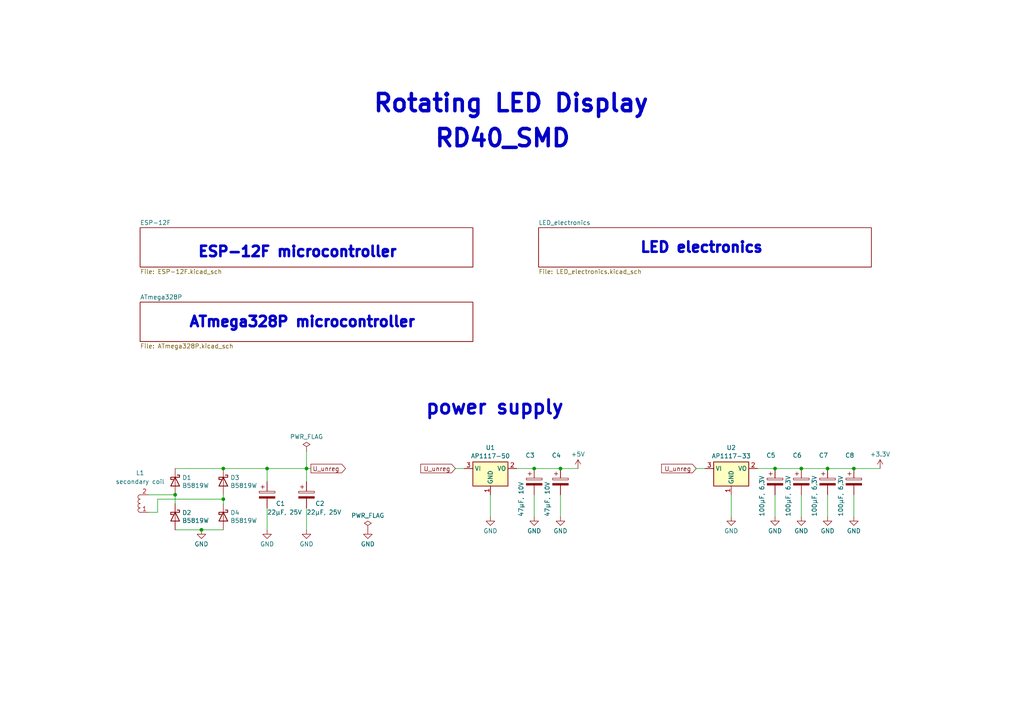
<source format=kicad_sch>
(kicad_sch (version 20230121) (generator eeschema)
  (paper "A4")
  (title_block (title "RD40_SMD") (date "2023-08-20") (rev "Rev 1") (company "Ludwin Monz") (comment 1 "you may not use the material for commercial purposes.") (comment 2 "you may use non-commercially, adapt, share alike ") (comment 3 "https://creativecommons.org/licenses/by-nc-sa/4.0/") (comment 4 "License: Creative Commons Attribution-Non-Commercial (CC BY-NC-SA)"))
  (lib_symbols
    (symbol "Device:D_Schottky" (pin_numbers hide) (pin_names (offset 1.016) hide)
      (property "Reference" "D" (at 0 2.54 0))
      (property "Value" "D_Schottky" (at 0 -2.54 0))
      (symbol "D_Schottky_0_1"
        (polyline (pts (xy 1.27 0) (xy -1.27 0)))
        (polyline (pts (xy 1.27 1.27) (xy 1.27 -1.27) (xy -1.27 0) (xy 1.27 1.27)) (stroke (width 0.254)))
        (polyline (pts (xy -1.905 0.635) (xy -1.905 1.27) (xy -1.27 1.27) (xy -1.27 -1.27) (xy -0.635 -1.27) (xy -0.635 -0.635)) (stroke (width 0.254)))
      )
      (symbol "D_Schottky_1_1"
        (pin passive line (at -3.81 0 0) (length 2.54) (name "K") (number "1"))
        (pin passive line (at 3.81 0 180) (length 2.54) (name "A") (number "2"))
      )
    )
    (symbol "RD40_display_SMD-rescue:CP-Device" (pin_numbers hide) (pin_names (offset 0.254))
      (property "Reference" "C" (at 0.635 2.54 0))
      (property "Value" "Device_CP" (at 0.635 -2.54 0))
      (symbol "CP-Device_0_1"
        (rectangle (start -2.286 0.508) (end 2.286 1.016))
        (polyline (pts (xy -1.778 2.286) (xy -0.762 2.286)))
        (polyline (pts (xy -1.27 2.794) (xy -1.27 1.778)))
        (rectangle (start 2.286 -0.508) (end -2.286 -1.016) (fill (type outline)))
      )
      (symbol "CP-Device_1_1"
        (pin passive line (at 0 3.81 270) (length 2.794) (name "~") (number "1"))
        (pin passive line (at 0 -3.81 90) (length 2.794) (name "~") (number "2"))
      )
    )
    (symbol "Regulator_Linear:AP1117-50"
      (property "Reference" "U" (at -3.81 3.175 0))
      (property "Value" "AP1117-50" (at 0 3.175 0))
      (symbol "AP1117-50_0_1"
        (rectangle (start -5.08 -5.08) (end 5.08 1.905) (stroke (width 0.254)) (fill (type background)))
      )
      (symbol "AP1117-50_1_1"
        (pin power_in line (at 0 -7.62 90) (length 2.54) (name "GND") (number "1"))
        (pin power_out line (at 7.62 0 180) (length 2.54) (name "VO") (number "2"))
        (pin power_in line (at -7.62 0 0) (length 2.54) (name "VI") (number "3"))
      )
    )
    (symbol "my_symbols:Coil" (pin_names (offset 1.016))
      (property "Reference" "L**" (at 0 2.54 0))
      (property "Value" "Coil" (at 0 5.08 0))
      (symbol "Coil_0_1"
        (arc (start -1.27 0) (mid -1.905 0.6323) (end -2.54 0))
        (arc (start 0 0) (mid -0.635 0.6323) (end -1.27 0))
        (arc (start 0 0) (mid 0 0) (end 0 0))
        (arc (start 1.27 0) (mid 0.635 0.6323) (end 0 0))
        (arc (start 2.54 0) (mid 1.905 0.6323) (end 1.27 0))
      )
      (symbol "Coil_1_1"
        (pin input line (at -2.54 -2.54 90) (length 2.54) (name "~") (number "1"))
        (pin input line (at 2.54 -2.54 90) (length 2.54) (name "~") (number "2"))
      )
    )
    (symbol "power:+3.3V" (power) (pin_names (offset 0))
      (property "Value" "+3.3V" (at 0 3.556 0))
      (symbol "+3.3V_0_1"
        (polyline (pts (xy -0.762 1.27) (xy 0 2.54)))
        (polyline (pts (xy 0 0) (xy 0 2.54)))
        (polyline (pts (xy 0 2.54) (xy 0.762 1.27)))
      )
      (symbol "+3.3V_1_1"
        (pin power_in line (at 0 0 90) (length 0) hide (name "+3.3V") (number "1"))
      )
    )
    (symbol "power:+5V" (power) (pin_names (offset 0))
      (property "Value" "+5V" (at 0 3.556 0))
      (symbol "+5V_0_1"
        (polyline (pts (xy -0.762 1.27) (xy 0 2.54)))
        (polyline (pts (xy 0 0) (xy 0 2.54)))
        (polyline (pts (xy 0 2.54) (xy 0.762 1.27)))
      )
      (symbol "+5V_1_1"
        (pin power_in line (at 0 0 90) (length 0) hide (name "+5V") (number "1"))
      )
    )
    (symbol "power:GND" (power) (pin_names (offset 0))
      (property "Value" "GND" (at 0 -3.81 0))
      (symbol "GND_0_1"
        (polyline (pts (xy 0 0) (xy 0 -1.27) (xy 1.27 -1.27) (xy 0 -2.54) (xy -1.27 -1.27) (xy 0 -1.27)))
      )
      (symbol "GND_1_1"
        (pin power_in line (at 0 0 270) (length 0) hide (name "GND") (number "1"))
      )
    )
    (symbol "power:PWR_FLAG" (power) (pin_numbers hide) (pin_names (offset 0) hide)
      (property "Value" "PWR_FLAG" (at 0 3.81 0))
      (symbol "PWR_FLAG_0_0"
        (pin power_out line (at 0 0 90) (length 0) (name "pwr") (number "1"))
      )
      (symbol "PWR_FLAG_0_1"
        (polyline (pts (xy 0 0) (xy 0 1.27) (xy -1.016 1.905) (xy 0 2.54) (xy 1.016 1.905) (xy 0 1.27)))
      )
    )
  )
  (junction (at 247.65 135.89))
  (junction (at 64.77 144.78))
  (junction (at 77.47 135.89))
  (junction (at 162.56 135.89))
  (junction (at 50.8 143.51))
  (junction (at 232.41 135.89))
  (junction (at 64.77 135.89))
  (junction (at 58.42 153.67))
  (junction (at 154.94 135.89))
  (junction (at 88.9 135.89))
  (junction (at 224.79 135.89))
  (junction (at 240.03 135.89))
  (wire (pts (xy 43.18 148.59) (xy 45.72 148.59)))
  (wire (pts (xy 201.93 135.89) (xy 204.47 135.89)))
  (wire (pts (xy 240.03 143.51) (xy 240.03 149.86)))
  (wire (pts (xy 58.42 153.67) (xy 64.77 153.67)))
  (wire (pts (xy 232.41 135.89) (xy 240.03 135.89)))
  (wire (pts (xy 50.8 135.89) (xy 64.77 135.89)))
  (wire (pts (xy 77.47 135.89) (xy 77.47 139.7)))
  (wire (pts (xy 77.47 147.32) (xy 77.47 153.67)))
  (wire (pts (xy 232.41 143.51) (xy 232.41 149.86)))
  (wire (pts (xy 219.71 135.89) (xy 224.79 135.89)))
  (wire (pts (xy 247.65 135.89) (xy 255.27 135.89)))
  (wire (pts (xy 88.9 135.89) (xy 88.9 139.7)))
  (wire (pts (xy 212.09 143.51) (xy 212.09 149.86)))
  (wire (pts (xy 50.8 153.67) (xy 58.42 153.67)))
  (wire (pts (xy 45.72 148.59) (xy 45.72 144.78)))
  (wire (pts (xy 88.9 130.81) (xy 88.9 135.89)))
  (wire (pts (xy 224.79 135.89) (xy 232.41 135.89)))
  (wire (pts (xy 43.18 143.51) (xy 50.8 143.51)))
  (wire (pts (xy 64.77 143.51) (xy 64.77 144.78)))
  (wire (pts (xy 50.8 143.51) (xy 50.8 146.05)))
  (wire (pts (xy 132.08 135.89) (xy 134.62 135.89)))
  (wire (pts (xy 149.86 135.89) (xy 154.94 135.89)))
  (wire (pts (xy 64.77 144.78) (xy 64.77 146.05)))
  (wire (pts (xy 240.03 135.89) (xy 247.65 135.89)))
  (wire (pts (xy 88.9 135.89) (xy 90.17 135.89)))
  (wire (pts (xy 64.77 135.89) (xy 77.47 135.89)))
  (wire (pts (xy 162.56 143.51) (xy 162.56 149.86)))
  (wire (pts (xy 224.79 143.51) (xy 224.79 149.86)))
  (wire (pts (xy 142.24 143.51) (xy 142.24 149.86)))
  (wire (pts (xy 154.94 143.51) (xy 154.94 149.86)))
  (wire (pts (xy 77.47 135.89) (xy 88.9 135.89)))
  (wire (pts (xy 154.94 135.89) (xy 162.56 135.89)))
  (wire (pts (xy 162.56 135.89) (xy 167.64 135.89)))
  (wire (pts (xy 45.72 144.78) (xy 64.77 144.78)))
  (wire (pts (xy 88.9 147.32) (xy 88.9 153.67)))
  (wire (pts (xy 247.65 143.51) (xy 247.65 149.86)))
  (text "Rotating LED Display" (at 107.95 33.02 0) (effects (font (size 5 5) bold) (justify left bottom)))
  (text "power supply" (at 163.83 120.65 0) (effects (font (size 4 4) (thickness 0.8) bold) (justify right bottom)))
  (text "ATmega328P microcontroller" (at 54.61 95.25 0) (effects (font (size 3 3) (thickness 0.8) bold) (justify left bottom)))
  (text "ESP-12F microcontroller" (at 57.15 74.93 0) (effects (font (size 3 3) (thickness 0.8) bold) (justify left bottom)))
  (text "RD40_SMD" (at 125.73 43.18 0) (effects (font (size 5 5) bold) (justify left bottom)))
  (text "LED electronics" (at 185.42 73.66 0) (effects (font (size 3 3) (thickness 0.8) bold) (justify left bottom)))
  (global_label "U_unreg" (shape output) (at 90.17 135.89 0) (property "Intersheetrefs" "${INTERSHEET_REFS}" (effects hide)))
  (global_label "U_unreg" (shape input) (at 201.93 135.89 180) (property "Intersheetrefs" "${INTERSHEET_REFS}" (effects hide)))
  (global_label "U_unreg" (shape input) (at 132.08 135.89 180) (property "Intersheetrefs" "${INTERSHEET_REFS}" (effects hide)))
  (symbol (lib_id "power:GND") (at 212.09 149.86 0) (unit 1)
    (property "Reference" "#PWR09" (effects hide))
    (property "Value" "GND" (at 212.09 153.9931 0))
  )
  (symbol (lib_id "power:GND") (at 240.03 149.86 0) (unit 1)
    (property "Reference" "#PWR012" (effects hide))
    (property "Value" "GND" (at 240.03 153.9931 0))
  )
  (symbol (lib_id "power:GND") (at 154.94 149.86 0) (unit 1)
    (property "Reference" "#PWR06" (effects hide))
    (property "Value" "GND" (at 154.94 153.9931 0))
  )
  (symbol (lib_id "RD40_display_SMD-rescue:CP-Device") (at 232.41 139.7 0) (unit 1)
    (property "Reference" "C6" (at 229.87 132.08 0) (effects (justify left)))
    (property "Value" "100µF, 6,3V" (at 228.6 149.86 90) (effects (justify left)))
    (property "Footprint" "Capacitor_SMD:C_1206_3216Metric" (effects hide))
    (property "LCSC" "C15008" (effects hide))
  )
  (symbol (lib_id "Regulator_Linear:AP1117-50") (at 212.09 135.89 0) (unit 1)
    (property "Reference" "U2" (at 212.09 129.8407 0))
    (property "Value" "AP1117-33" (at 212.09 132.2649 0))
    (property "Footprint" "Package_TO_SOT_SMD:SOT-223-3_TabPin2" (effects hide))
    (property "Datasheet" "http://www.diodes.com/datasheets/AP1117.pdf" (effects hide))
    (property "LCSC" "C6186" (effects hide))
  )
  (symbol (lib_id "RD40_display_SMD-rescue:CP-Device") (at 224.79 139.7 0) (unit 1)
    (property "Reference" "C5" (at 222.25 132.08 0) (effects (justify left)))
    (property "Value" "100µF, 6,3V" (at 220.98 149.86 90) (effects (justify left)))
    (property "Footprint" "Capacitor_SMD:C_1206_3216Metric" (effects hide))
    (property "LCSC" "C15008" (effects hide))
  )
  (symbol (lib_id "power:PWR_FLAG") (at 106.68 153.67 0) (unit 1)
    (property "Reference" "#FLG02" (effects hide))
    (property "Value" "PWR_FLAG" (at 106.68 149.5369 0))
  )
  (symbol (lib_id "RD40_display_SMD-rescue:CP-Device") (at 240.03 139.7 0) (unit 1)
    (property "Reference" "C7" (at 237.49 132.08 0) (effects (justify left)))
    (property "Value" "100µF, 6,3V" (at 236.22 149.86 90) (effects (justify left)))
    (property "Footprint" "Capacitor_SMD:C_1206_3216Metric" (effects hide))
    (property "LCSC" "C15008" (effects hide))
  )
  (symbol (lib_id "my_symbols:Coil") (at 40.64 146.05 90) (unit 1)
    (property "Reference" "L1" (at 40.64 137.16 90))
    (property "Value" "secondary coil" (at 40.64 139.7 90))
    (property "Footprint" "Crystal:Crystal_SMD_3225-4Pin_3.2x2.5mm" (effects hide))
  )
  (symbol (lib_id "power:GND") (at 58.42 153.67 0) (unit 1)
    (property "Reference" "#PWR01" (effects hide))
    (property "Value" "GND" (at 58.42 157.8031 0))
  )
  (symbol (lib_id "power:GND") (at 142.24 149.86 0) (unit 1)
    (property "Reference" "#PWR05" (effects hide))
    (property "Value" "GND" (at 142.24 153.9931 0))
  )
  (symbol (lib_id "RD40_display_SMD-rescue:CP-Device") (at 247.65 139.7 0) (unit 1)
    (property "Reference" "C8" (at 245.11 132.08 0) (effects (justify left)))
    (property "Value" "100µF, 6,3V" (at 243.84 149.86 90) (effects (justify left)))
    (property "Footprint" "Capacitor_SMD:C_1206_3216Metric" (effects hide))
    (property "LCSC" "C15008" (effects hide))
  )
  (symbol (lib_id "power:+5V") (at 167.64 135.89 0) (unit 1)
    (property "Reference" "#PWR08" (effects hide))
    (property "Value" "+5V" (at 167.64 131.7569 0))
  )
  (symbol (lib_id "power:GND") (at 232.41 149.86 0) (unit 1)
    (property "Reference" "#PWR011" (effects hide))
    (property "Value" "GND" (at 232.41 153.9931 0))
  )
  (symbol (lib_id "power:+3.3V") (at 255.27 135.89 0) (unit 1)
    (property "Reference" "#PWR014" (effects hide))
    (property "Value" "+3.3V" (at 255.27 131.7569 0))
  )
  (symbol (lib_id "RD40_display_SMD-rescue:CP-Device") (at 77.47 143.51 0) (unit 1)
    (property "Reference" "C1" (at 80.01 146.05 0) (effects (justify left)))
    (property "Value" "22µF, 25V" (at 77.47 148.59 0) (effects (justify left)))
    (property "Footprint" "Capacitor_SMD:C_0805_2012Metric" (effects hide))
    (property "LCSC" "C45783" (effects hide))
  )
  (symbol (lib_id "RD40_display_SMD-rescue:CP-Device") (at 88.9 143.51 0) (unit 1)
    (property "Reference" "C2" (at 91.44 146.05 0) (effects (justify left)))
    (property "Value" "22µF, 25V" (at 88.9 148.59 0) (effects (justify left)))
    (property "Footprint" "Capacitor_SMD:C_0805_2012Metric" (effects hide))
    (property "LCSC" "C45783" (effects hide))
  )
  (symbol (lib_id "RD40_display_SMD-rescue:CP-Device") (at 154.94 139.7 0) (unit 1)
    (property "Reference" "C3" (at 152.4 132.08 0) (effects (justify left)))
    (property "Value" "47µF, 10V" (at 151.13 149.86 90) (effects (justify left)))
    (property "Footprint" "Capacitor_SMD:C_1206_3216Metric" (effects hide))
    (property "LCSC" "C96123" (effects hide))
  )
  (symbol (lib_id "RD40_display_SMD-rescue:CP-Device") (at 162.56 139.7 0) (unit 1)
    (property "Reference" "C4" (at 160.02 132.08 0) (effects (justify left)))
    (property "Value" "47µF, 10V" (at 158.75 149.86 90) (effects (justify left)))
    (property "Footprint" "Capacitor_SMD:C_1206_3216Metric" (effects hide))
    (property "LCSC" "C96123" (effects hide))
  )
  (symbol (lib_id "power:GND") (at 247.65 149.86 0) (unit 1)
    (property "Reference" "#PWR013" (effects hide))
    (property "Value" "GND" (at 247.65 153.9931 0))
  )
  (symbol (lib_id "Regulator_Linear:AP1117-50") (at 142.24 135.89 0) (unit 1)
    (property "Reference" "U1" (at 142.24 129.8407 0))
    (property "Value" "AP1117-50" (at 142.24 132.2649 0))
    (property "Footprint" "Package_TO_SOT_SMD:SOT-223-3_TabPin2" (effects hide))
    (property "Datasheet" "http://www.diodes.com/datasheets/AP1117.pdf" (effects hide))
    (property "LCSC" "C6187" (effects hide))
  )
  (symbol (lib_id "power:PWR_FLAG") (at 88.9 130.81 0) (unit 1)
    (property "Reference" "#FLG01" (effects hide))
    (property "Value" "PWR_FLAG" (at 88.9 126.6769 0))
  )
  (symbol (lib_id "power:GND") (at 88.9 153.67 0) (unit 1)
    (property "Reference" "#PWR03" (effects hide))
    (property "Value" "GND" (at 88.9 157.8031 0))
  )
  (symbol (lib_id "Device:D_Schottky") (at 50.8 139.7 270) (unit 1)
    (property "Reference" "D1" (at 52.832 138.5316 90) (effects (justify left)))
    (property "Value" "B5819W" (at 52.832 140.843 90) (effects (justify left)))
    (property "Footprint" "Diode_SMD:D_SOD-123" (effects hide))
    (property "LCSC" "C8598" (effects hide))
  )
  (symbol (lib_id "power:GND") (at 77.47 153.67 0) (unit 1)
    (property "Reference" "#PWR02" (effects hide))
    (property "Value" "GND" (at 77.47 157.8031 0))
  )
  (symbol (lib_id "Device:D_Schottky") (at 50.8 149.86 270) (unit 1)
    (property "Reference" "D2" (at 52.832 148.6916 90) (effects (justify left)))
    (property "Value" "B5819W" (at 52.832 151.003 90) (effects (justify left)))
    (property "Footprint" "Diode_SMD:D_SOD-123" (effects hide))
    (property "LCSC" "C8598" (effects hide))
  )
  (symbol (lib_id "power:GND") (at 162.56 149.86 0) (unit 1)
    (property "Reference" "#PWR07" (effects hide))
    (property "Value" "GND" (at 162.56 153.9931 0))
  )
  (symbol (lib_id "Device:D_Schottky") (at 64.77 139.7 270) (unit 1)
    (property "Reference" "D3" (at 66.802 138.5316 90) (effects (justify left)))
    (property "Value" "B5819W" (at 66.802 140.843 90) (effects (justify left)))
    (property "Footprint" "Diode_SMD:D_SOD-123" (effects hide))
    (property "LCSC" "C8598" (effects hide))
  )
  (symbol (lib_id "power:GND") (at 224.79 149.86 0) (unit 1)
    (property "Reference" "#PWR010" (effects hide))
    (property "Value" "GND" (at 224.79 153.9931 0))
  )
  (symbol (lib_id "power:GND") (at 106.68 153.67 0) (unit 1)
    (property "Reference" "#PWR04" (effects hide))
    (property "Value" "GND" (at 106.68 157.8031 0))
  )
  (symbol (lib_id "Device:D_Schottky") (at 64.77 149.86 270) (unit 1)
    (property "Reference" "D4" (at 66.802 148.6916 90) (effects (justify left)))
    (property "Value" "B5819W" (at 66.802 151.003 90) (effects (justify left)))
    (property "Footprint" "Diode_SMD:D_SOD-123" (effects hide))
    (property "LCSC" "C8598" (effects hide))
  )
  (sheet (at 40.64 66.04) (size 96.52 11.43) (stroke (width 0.1524))
    (property "Sheetname" "ESP-12F" (at 40.64 65.3284 0) (effects (justify left bottom)))
    (property "Sheetfile" "ESP-12F.kicad_sch" (at 40.64 78.0546 0) (effects (justify left top)))
  )
  (sheet (at 156.21 66.04) (size 96.52 11.43) (stroke (width 0.1524))
    (property "Sheetname" "LED_electronics" (at 156.21 65.3284 0) (effects (justify left bottom)))
    (property "Sheetfile" "LED_electronics.kicad_sch" (at 156.21 78.0546 0) (effects (justify left top)))
  )
  (sheet (at 40.64 87.63) (size 96.52 11.43) (stroke (width 0.1524))
    (property "Sheetname" "ATmega328P" (at 40.64 86.9184 0) (effects (justify left bottom)))
    (property "Sheetfile" "ATmega328P.kicad_sch" (at 40.64 99.6446 0) (effects (justify left top)))
  )
)
</source>
